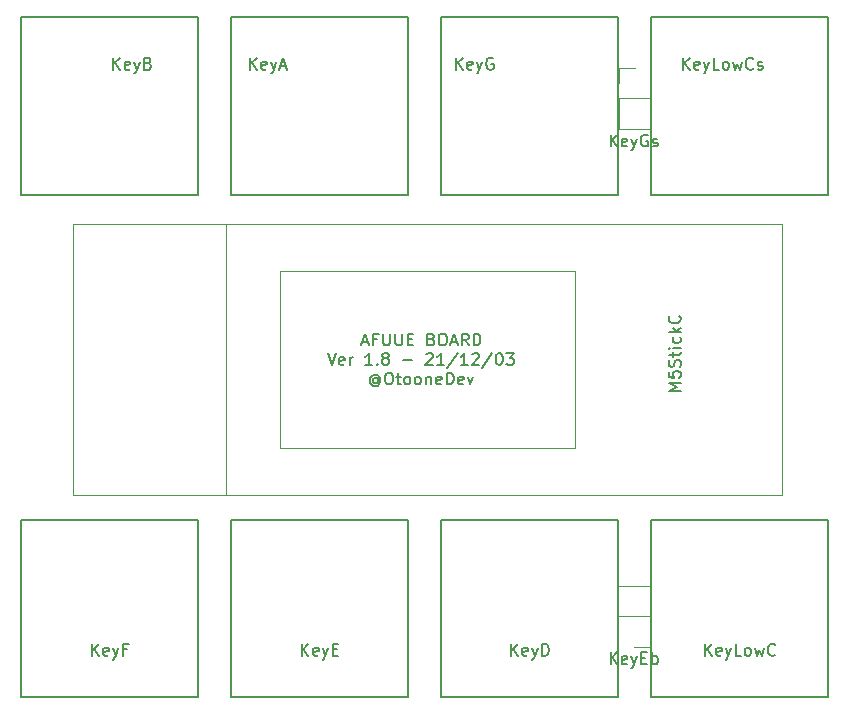
<source format=gto>
G04 #@! TF.GenerationSoftware,KiCad,Pcbnew,(5.1.8)-1*
G04 #@! TF.CreationDate,2021-12-03T11:16:53+09:00*
G04 #@! TF.ProjectId,windsynth,77696e64-7379-46e7-9468-2e6b69636164,rev?*
G04 #@! TF.SameCoordinates,Original*
G04 #@! TF.FileFunction,Legend,Top*
G04 #@! TF.FilePolarity,Positive*
%FSLAX46Y46*%
G04 Gerber Fmt 4.6, Leading zero omitted, Abs format (unit mm)*
G04 Created by KiCad (PCBNEW (5.1.8)-1) date 2021-12-03 11:16:53*
%MOMM*%
%LPD*%
G01*
G04 APERTURE LIST*
%ADD10C,0.120000*%
%ADD11C,0.150000*%
G04 APERTURE END LIST*
D10*
X131500000Y-106000000D02*
X144500000Y-106000000D01*
X131500000Y-83000000D02*
X131500000Y-106000000D01*
X144500000Y-83000000D02*
X131500000Y-83000000D01*
X174000000Y-87000000D02*
X149000000Y-87000000D01*
X174000000Y-102000000D02*
X174000000Y-87000000D01*
X149000000Y-102000000D02*
X174000000Y-102000000D01*
X149000000Y-87000000D02*
X149000000Y-102000000D01*
X144500000Y-83000000D02*
X144500000Y-106000000D01*
X191500000Y-83000000D02*
X144500000Y-83000000D01*
X191500000Y-106000000D02*
X191500000Y-83000000D01*
D11*
X182952380Y-97142857D02*
X181952380Y-97142857D01*
X182666666Y-96809523D01*
X181952380Y-96476190D01*
X182952380Y-96476190D01*
X181952380Y-95523809D02*
X181952380Y-96000000D01*
X182428571Y-96047619D01*
X182380952Y-96000000D01*
X182333333Y-95904761D01*
X182333333Y-95666666D01*
X182380952Y-95571428D01*
X182428571Y-95523809D01*
X182523809Y-95476190D01*
X182761904Y-95476190D01*
X182857142Y-95523809D01*
X182904761Y-95571428D01*
X182952380Y-95666666D01*
X182952380Y-95904761D01*
X182904761Y-96000000D01*
X182857142Y-96047619D01*
X182904761Y-95095238D02*
X182952380Y-94952380D01*
X182952380Y-94714285D01*
X182904761Y-94619047D01*
X182857142Y-94571428D01*
X182761904Y-94523809D01*
X182666666Y-94523809D01*
X182571428Y-94571428D01*
X182523809Y-94619047D01*
X182476190Y-94714285D01*
X182428571Y-94904761D01*
X182380952Y-95000000D01*
X182333333Y-95047619D01*
X182238095Y-95095238D01*
X182142857Y-95095238D01*
X182047619Y-95047619D01*
X182000000Y-95000000D01*
X181952380Y-94904761D01*
X181952380Y-94666666D01*
X182000000Y-94523809D01*
X182285714Y-94238095D02*
X182285714Y-93857142D01*
X181952380Y-94095238D02*
X182809523Y-94095238D01*
X182904761Y-94047619D01*
X182952380Y-93952380D01*
X182952380Y-93857142D01*
X182952380Y-93523809D02*
X182285714Y-93523809D01*
X181952380Y-93523809D02*
X182000000Y-93571428D01*
X182047619Y-93523809D01*
X182000000Y-93476190D01*
X181952380Y-93523809D01*
X182047619Y-93523809D01*
X182904761Y-92619047D02*
X182952380Y-92714285D01*
X182952380Y-92904761D01*
X182904761Y-93000000D01*
X182857142Y-93047619D01*
X182761904Y-93095238D01*
X182476190Y-93095238D01*
X182380952Y-93047619D01*
X182333333Y-93000000D01*
X182285714Y-92904761D01*
X182285714Y-92714285D01*
X182333333Y-92619047D01*
X182952380Y-92190476D02*
X181952380Y-92190476D01*
X182571428Y-92095238D02*
X182952380Y-91809523D01*
X182285714Y-91809523D02*
X182666666Y-92190476D01*
X182857142Y-90809523D02*
X182904761Y-90857142D01*
X182952380Y-91000000D01*
X182952380Y-91095238D01*
X182904761Y-91238095D01*
X182809523Y-91333333D01*
X182714285Y-91380952D01*
X182523809Y-91428571D01*
X182380952Y-91428571D01*
X182190476Y-91380952D01*
X182095238Y-91333333D01*
X182000000Y-91238095D01*
X181952380Y-91095238D01*
X181952380Y-91000000D01*
X182000000Y-90857142D01*
X182047619Y-90809523D01*
D10*
X144500000Y-106000000D02*
X191500000Y-106000000D01*
D11*
X156000000Y-93016666D02*
X156476190Y-93016666D01*
X155904761Y-93302380D02*
X156238095Y-92302380D01*
X156571428Y-93302380D01*
X157238095Y-92778571D02*
X156904761Y-92778571D01*
X156904761Y-93302380D02*
X156904761Y-92302380D01*
X157380952Y-92302380D01*
X157761904Y-92302380D02*
X157761904Y-93111904D01*
X157809523Y-93207142D01*
X157857142Y-93254761D01*
X157952380Y-93302380D01*
X158142857Y-93302380D01*
X158238095Y-93254761D01*
X158285714Y-93207142D01*
X158333333Y-93111904D01*
X158333333Y-92302380D01*
X158809523Y-92302380D02*
X158809523Y-93111904D01*
X158857142Y-93207142D01*
X158904761Y-93254761D01*
X159000000Y-93302380D01*
X159190476Y-93302380D01*
X159285714Y-93254761D01*
X159333333Y-93207142D01*
X159380952Y-93111904D01*
X159380952Y-92302380D01*
X159857142Y-92778571D02*
X160190476Y-92778571D01*
X160333333Y-93302380D02*
X159857142Y-93302380D01*
X159857142Y-92302380D01*
X160333333Y-92302380D01*
X161857142Y-92778571D02*
X162000000Y-92826190D01*
X162047619Y-92873809D01*
X162095238Y-92969047D01*
X162095238Y-93111904D01*
X162047619Y-93207142D01*
X162000000Y-93254761D01*
X161904761Y-93302380D01*
X161523809Y-93302380D01*
X161523809Y-92302380D01*
X161857142Y-92302380D01*
X161952380Y-92350000D01*
X162000000Y-92397619D01*
X162047619Y-92492857D01*
X162047619Y-92588095D01*
X162000000Y-92683333D01*
X161952380Y-92730952D01*
X161857142Y-92778571D01*
X161523809Y-92778571D01*
X162714285Y-92302380D02*
X162904761Y-92302380D01*
X163000000Y-92350000D01*
X163095238Y-92445238D01*
X163142857Y-92635714D01*
X163142857Y-92969047D01*
X163095238Y-93159523D01*
X163000000Y-93254761D01*
X162904761Y-93302380D01*
X162714285Y-93302380D01*
X162619047Y-93254761D01*
X162523809Y-93159523D01*
X162476190Y-92969047D01*
X162476190Y-92635714D01*
X162523809Y-92445238D01*
X162619047Y-92350000D01*
X162714285Y-92302380D01*
X163523809Y-93016666D02*
X164000000Y-93016666D01*
X163428571Y-93302380D02*
X163761904Y-92302380D01*
X164095238Y-93302380D01*
X165000000Y-93302380D02*
X164666666Y-92826190D01*
X164428571Y-93302380D02*
X164428571Y-92302380D01*
X164809523Y-92302380D01*
X164904761Y-92350000D01*
X164952380Y-92397619D01*
X165000000Y-92492857D01*
X165000000Y-92635714D01*
X164952380Y-92730952D01*
X164904761Y-92778571D01*
X164809523Y-92826190D01*
X164428571Y-92826190D01*
X165428571Y-93302380D02*
X165428571Y-92302380D01*
X165666666Y-92302380D01*
X165809523Y-92350000D01*
X165904761Y-92445238D01*
X165952380Y-92540476D01*
X166000000Y-92730952D01*
X166000000Y-92873809D01*
X165952380Y-93064285D01*
X165904761Y-93159523D01*
X165809523Y-93254761D01*
X165666666Y-93302380D01*
X165428571Y-93302380D01*
X153071428Y-93952380D02*
X153404761Y-94952380D01*
X153738095Y-93952380D01*
X154452380Y-94904761D02*
X154357142Y-94952380D01*
X154166666Y-94952380D01*
X154071428Y-94904761D01*
X154023809Y-94809523D01*
X154023809Y-94428571D01*
X154071428Y-94333333D01*
X154166666Y-94285714D01*
X154357142Y-94285714D01*
X154452380Y-94333333D01*
X154500000Y-94428571D01*
X154500000Y-94523809D01*
X154023809Y-94619047D01*
X154928571Y-94952380D02*
X154928571Y-94285714D01*
X154928571Y-94476190D02*
X154976190Y-94380952D01*
X155023809Y-94333333D01*
X155119047Y-94285714D01*
X155214285Y-94285714D01*
X156833333Y-94952380D02*
X156261904Y-94952380D01*
X156547619Y-94952380D02*
X156547619Y-93952380D01*
X156452380Y-94095238D01*
X156357142Y-94190476D01*
X156261904Y-94238095D01*
X157261904Y-94857142D02*
X157309523Y-94904761D01*
X157261904Y-94952380D01*
X157214285Y-94904761D01*
X157261904Y-94857142D01*
X157261904Y-94952380D01*
X157880952Y-94380952D02*
X157785714Y-94333333D01*
X157738095Y-94285714D01*
X157690476Y-94190476D01*
X157690476Y-94142857D01*
X157738095Y-94047619D01*
X157785714Y-94000000D01*
X157880952Y-93952380D01*
X158071428Y-93952380D01*
X158166666Y-94000000D01*
X158214285Y-94047619D01*
X158261904Y-94142857D01*
X158261904Y-94190476D01*
X158214285Y-94285714D01*
X158166666Y-94333333D01*
X158071428Y-94380952D01*
X157880952Y-94380952D01*
X157785714Y-94428571D01*
X157738095Y-94476190D01*
X157690476Y-94571428D01*
X157690476Y-94761904D01*
X157738095Y-94857142D01*
X157785714Y-94904761D01*
X157880952Y-94952380D01*
X158071428Y-94952380D01*
X158166666Y-94904761D01*
X158214285Y-94857142D01*
X158261904Y-94761904D01*
X158261904Y-94571428D01*
X158214285Y-94476190D01*
X158166666Y-94428571D01*
X158071428Y-94380952D01*
X159452380Y-94571428D02*
X160214285Y-94571428D01*
X161404761Y-94047619D02*
X161452380Y-94000000D01*
X161547619Y-93952380D01*
X161785714Y-93952380D01*
X161880952Y-94000000D01*
X161928571Y-94047619D01*
X161976190Y-94142857D01*
X161976190Y-94238095D01*
X161928571Y-94380952D01*
X161357142Y-94952380D01*
X161976190Y-94952380D01*
X162928571Y-94952380D02*
X162357142Y-94952380D01*
X162642857Y-94952380D02*
X162642857Y-93952380D01*
X162547619Y-94095238D01*
X162452380Y-94190476D01*
X162357142Y-94238095D01*
X164071428Y-93904761D02*
X163214285Y-95190476D01*
X164928571Y-94952380D02*
X164357142Y-94952380D01*
X164642857Y-94952380D02*
X164642857Y-93952380D01*
X164547619Y-94095238D01*
X164452380Y-94190476D01*
X164357142Y-94238095D01*
X165309523Y-94047619D02*
X165357142Y-94000000D01*
X165452380Y-93952380D01*
X165690476Y-93952380D01*
X165785714Y-94000000D01*
X165833333Y-94047619D01*
X165880952Y-94142857D01*
X165880952Y-94238095D01*
X165833333Y-94380952D01*
X165261904Y-94952380D01*
X165880952Y-94952380D01*
X167023809Y-93904761D02*
X166166666Y-95190476D01*
X167547619Y-93952380D02*
X167642857Y-93952380D01*
X167738095Y-94000000D01*
X167785714Y-94047619D01*
X167833333Y-94142857D01*
X167880952Y-94333333D01*
X167880952Y-94571428D01*
X167833333Y-94761904D01*
X167785714Y-94857142D01*
X167738095Y-94904761D01*
X167642857Y-94952380D01*
X167547619Y-94952380D01*
X167452380Y-94904761D01*
X167404761Y-94857142D01*
X167357142Y-94761904D01*
X167309523Y-94571428D01*
X167309523Y-94333333D01*
X167357142Y-94142857D01*
X167404761Y-94047619D01*
X167452380Y-94000000D01*
X167547619Y-93952380D01*
X168214285Y-93952380D02*
X168833333Y-93952380D01*
X168500000Y-94333333D01*
X168642857Y-94333333D01*
X168738095Y-94380952D01*
X168785714Y-94428571D01*
X168833333Y-94523809D01*
X168833333Y-94761904D01*
X168785714Y-94857142D01*
X168738095Y-94904761D01*
X168642857Y-94952380D01*
X168357142Y-94952380D01*
X168261904Y-94904761D01*
X168214285Y-94857142D01*
X157309523Y-96126190D02*
X157261904Y-96078571D01*
X157166666Y-96030952D01*
X157071428Y-96030952D01*
X156976190Y-96078571D01*
X156928571Y-96126190D01*
X156880952Y-96221428D01*
X156880952Y-96316666D01*
X156928571Y-96411904D01*
X156976190Y-96459523D01*
X157071428Y-96507142D01*
X157166666Y-96507142D01*
X157261904Y-96459523D01*
X157309523Y-96411904D01*
X157309523Y-96030952D02*
X157309523Y-96411904D01*
X157357142Y-96459523D01*
X157404761Y-96459523D01*
X157500000Y-96411904D01*
X157547619Y-96316666D01*
X157547619Y-96078571D01*
X157452380Y-95935714D01*
X157309523Y-95840476D01*
X157119047Y-95792857D01*
X156928571Y-95840476D01*
X156785714Y-95935714D01*
X156690476Y-96078571D01*
X156642857Y-96269047D01*
X156690476Y-96459523D01*
X156785714Y-96602380D01*
X156928571Y-96697619D01*
X157119047Y-96745238D01*
X157309523Y-96697619D01*
X157452380Y-96602380D01*
X158166666Y-95602380D02*
X158357142Y-95602380D01*
X158452380Y-95650000D01*
X158547619Y-95745238D01*
X158595238Y-95935714D01*
X158595238Y-96269047D01*
X158547619Y-96459523D01*
X158452380Y-96554761D01*
X158357142Y-96602380D01*
X158166666Y-96602380D01*
X158071428Y-96554761D01*
X157976190Y-96459523D01*
X157928571Y-96269047D01*
X157928571Y-95935714D01*
X157976190Y-95745238D01*
X158071428Y-95650000D01*
X158166666Y-95602380D01*
X158880952Y-95935714D02*
X159261904Y-95935714D01*
X159023809Y-95602380D02*
X159023809Y-96459523D01*
X159071428Y-96554761D01*
X159166666Y-96602380D01*
X159261904Y-96602380D01*
X159738095Y-96602380D02*
X159642857Y-96554761D01*
X159595238Y-96507142D01*
X159547619Y-96411904D01*
X159547619Y-96126190D01*
X159595238Y-96030952D01*
X159642857Y-95983333D01*
X159738095Y-95935714D01*
X159880952Y-95935714D01*
X159976190Y-95983333D01*
X160023809Y-96030952D01*
X160071428Y-96126190D01*
X160071428Y-96411904D01*
X160023809Y-96507142D01*
X159976190Y-96554761D01*
X159880952Y-96602380D01*
X159738095Y-96602380D01*
X160642857Y-96602380D02*
X160547619Y-96554761D01*
X160500000Y-96507142D01*
X160452380Y-96411904D01*
X160452380Y-96126190D01*
X160500000Y-96030952D01*
X160547619Y-95983333D01*
X160642857Y-95935714D01*
X160785714Y-95935714D01*
X160880952Y-95983333D01*
X160928571Y-96030952D01*
X160976190Y-96126190D01*
X160976190Y-96411904D01*
X160928571Y-96507142D01*
X160880952Y-96554761D01*
X160785714Y-96602380D01*
X160642857Y-96602380D01*
X161404761Y-95935714D02*
X161404761Y-96602380D01*
X161404761Y-96030952D02*
X161452380Y-95983333D01*
X161547619Y-95935714D01*
X161690476Y-95935714D01*
X161785714Y-95983333D01*
X161833333Y-96078571D01*
X161833333Y-96602380D01*
X162690476Y-96554761D02*
X162595238Y-96602380D01*
X162404761Y-96602380D01*
X162309523Y-96554761D01*
X162261904Y-96459523D01*
X162261904Y-96078571D01*
X162309523Y-95983333D01*
X162404761Y-95935714D01*
X162595238Y-95935714D01*
X162690476Y-95983333D01*
X162738095Y-96078571D01*
X162738095Y-96173809D01*
X162261904Y-96269047D01*
X163166666Y-96602380D02*
X163166666Y-95602380D01*
X163404761Y-95602380D01*
X163547619Y-95650000D01*
X163642857Y-95745238D01*
X163690476Y-95840476D01*
X163738095Y-96030952D01*
X163738095Y-96173809D01*
X163690476Y-96364285D01*
X163642857Y-96459523D01*
X163547619Y-96554761D01*
X163404761Y-96602380D01*
X163166666Y-96602380D01*
X164547619Y-96554761D02*
X164452380Y-96602380D01*
X164261904Y-96602380D01*
X164166666Y-96554761D01*
X164119047Y-96459523D01*
X164119047Y-96078571D01*
X164166666Y-95983333D01*
X164261904Y-95935714D01*
X164452380Y-95935714D01*
X164547619Y-95983333D01*
X164595238Y-96078571D01*
X164595238Y-96173809D01*
X164119047Y-96269047D01*
X164928571Y-95935714D02*
X165166666Y-96602380D01*
X165404761Y-95935714D01*
G04 #@! TO.C,KeyLowC*
X180460000Y-123070000D02*
X180460000Y-108070000D01*
X195460000Y-123070000D02*
X180460000Y-123070000D01*
X195460000Y-108070000D02*
X195460000Y-123070000D01*
X180460000Y-108070000D02*
X195460000Y-108070000D01*
D10*
G04 #@! TO.C,KeyEb*
X180330000Y-113630000D02*
X177670000Y-113630000D01*
X180330000Y-116230000D02*
X180330000Y-113630000D01*
X177670000Y-116230000D02*
X177670000Y-113630000D01*
X180330000Y-116230000D02*
X177670000Y-116230000D01*
X180330000Y-117500000D02*
X180330000Y-118830000D01*
X180330000Y-118830000D02*
X179000000Y-118830000D01*
D11*
G04 #@! TO.C,KeyD*
X162680000Y-123070000D02*
X162680000Y-108070000D01*
X177680000Y-123070000D02*
X162680000Y-123070000D01*
X177680000Y-108070000D02*
X177680000Y-123070000D01*
X162680000Y-108070000D02*
X177680000Y-108070000D01*
G04 #@! TO.C,KeyE*
X144900000Y-123070000D02*
X144900000Y-108070000D01*
X159900000Y-123070000D02*
X144900000Y-123070000D01*
X159900000Y-108070000D02*
X159900000Y-123070000D01*
X144900000Y-108070000D02*
X159900000Y-108070000D01*
G04 #@! TO.C,KeyF*
X127120000Y-108070000D02*
X142120000Y-108070000D01*
X142120000Y-108070000D02*
X142120000Y-123070000D01*
X142120000Y-123070000D02*
X127120000Y-123070000D01*
X127120000Y-123070000D02*
X127120000Y-108070000D01*
G04 #@! TO.C,KeyLowCs*
X195460000Y-65525000D02*
X195460000Y-80525000D01*
X180460000Y-65525000D02*
X195460000Y-65525000D01*
X180460000Y-80525000D02*
X180460000Y-65525000D01*
X195460000Y-80525000D02*
X180460000Y-80525000D01*
D10*
G04 #@! TO.C,KeyGs*
X177740000Y-69790000D02*
X179070000Y-69790000D01*
X177740000Y-71120000D02*
X177740000Y-69790000D01*
X177740000Y-72390000D02*
X180400000Y-72390000D01*
X180400000Y-72390000D02*
X180400000Y-74990000D01*
X177740000Y-72390000D02*
X177740000Y-74990000D01*
X177740000Y-74990000D02*
X180400000Y-74990000D01*
D11*
G04 #@! TO.C,KeyG*
X177680000Y-80525000D02*
X162680000Y-80525000D01*
X162680000Y-80525000D02*
X162680000Y-65525000D01*
X162680000Y-65525000D02*
X177680000Y-65525000D01*
X177680000Y-65525000D02*
X177680000Y-80525000D01*
G04 #@! TO.C,KeyA*
X159900000Y-65525000D02*
X159900000Y-80525000D01*
X144900000Y-65525000D02*
X159900000Y-65525000D01*
X144900000Y-80525000D02*
X144900000Y-65525000D01*
X159900000Y-80525000D02*
X144900000Y-80525000D01*
G04 #@! TO.C,KeyB*
X142120000Y-80525000D02*
X127120000Y-80525000D01*
X127120000Y-80525000D02*
X127120000Y-65525000D01*
X127120000Y-65525000D02*
X142120000Y-65525000D01*
X142120000Y-65525000D02*
X142120000Y-80525000D01*
G04 #@! TO.C,KeyLowC*
X185007619Y-119562380D02*
X185007619Y-118562380D01*
X185579047Y-119562380D02*
X185150476Y-118990952D01*
X185579047Y-118562380D02*
X185007619Y-119133809D01*
X186388571Y-119514761D02*
X186293333Y-119562380D01*
X186102857Y-119562380D01*
X186007619Y-119514761D01*
X185960000Y-119419523D01*
X185960000Y-119038571D01*
X186007619Y-118943333D01*
X186102857Y-118895714D01*
X186293333Y-118895714D01*
X186388571Y-118943333D01*
X186436190Y-119038571D01*
X186436190Y-119133809D01*
X185960000Y-119229047D01*
X186769523Y-118895714D02*
X187007619Y-119562380D01*
X187245714Y-118895714D02*
X187007619Y-119562380D01*
X186912380Y-119800476D01*
X186864761Y-119848095D01*
X186769523Y-119895714D01*
X188102857Y-119562380D02*
X187626666Y-119562380D01*
X187626666Y-118562380D01*
X188579047Y-119562380D02*
X188483809Y-119514761D01*
X188436190Y-119467142D01*
X188388571Y-119371904D01*
X188388571Y-119086190D01*
X188436190Y-118990952D01*
X188483809Y-118943333D01*
X188579047Y-118895714D01*
X188721904Y-118895714D01*
X188817142Y-118943333D01*
X188864761Y-118990952D01*
X188912380Y-119086190D01*
X188912380Y-119371904D01*
X188864761Y-119467142D01*
X188817142Y-119514761D01*
X188721904Y-119562380D01*
X188579047Y-119562380D01*
X189245714Y-118895714D02*
X189436190Y-119562380D01*
X189626666Y-119086190D01*
X189817142Y-119562380D01*
X190007619Y-118895714D01*
X190960000Y-119467142D02*
X190912380Y-119514761D01*
X190769523Y-119562380D01*
X190674285Y-119562380D01*
X190531428Y-119514761D01*
X190436190Y-119419523D01*
X190388571Y-119324285D01*
X190340952Y-119133809D01*
X190340952Y-118990952D01*
X190388571Y-118800476D01*
X190436190Y-118705238D01*
X190531428Y-118610000D01*
X190674285Y-118562380D01*
X190769523Y-118562380D01*
X190912380Y-118610000D01*
X190960000Y-118657619D01*
G04 #@! TO.C,KeyEb*
X177023809Y-120282380D02*
X177023809Y-119282380D01*
X177595238Y-120282380D02*
X177166666Y-119710952D01*
X177595238Y-119282380D02*
X177023809Y-119853809D01*
X178404761Y-120234761D02*
X178309523Y-120282380D01*
X178119047Y-120282380D01*
X178023809Y-120234761D01*
X177976190Y-120139523D01*
X177976190Y-119758571D01*
X178023809Y-119663333D01*
X178119047Y-119615714D01*
X178309523Y-119615714D01*
X178404761Y-119663333D01*
X178452380Y-119758571D01*
X178452380Y-119853809D01*
X177976190Y-119949047D01*
X178785714Y-119615714D02*
X179023809Y-120282380D01*
X179261904Y-119615714D02*
X179023809Y-120282380D01*
X178928571Y-120520476D01*
X178880952Y-120568095D01*
X178785714Y-120615714D01*
X179642857Y-119758571D02*
X179976190Y-119758571D01*
X180119047Y-120282380D02*
X179642857Y-120282380D01*
X179642857Y-119282380D01*
X180119047Y-119282380D01*
X180547619Y-120282380D02*
X180547619Y-119282380D01*
X180547619Y-119663333D02*
X180642857Y-119615714D01*
X180833333Y-119615714D01*
X180928571Y-119663333D01*
X180976190Y-119710952D01*
X181023809Y-119806190D01*
X181023809Y-120091904D01*
X180976190Y-120187142D01*
X180928571Y-120234761D01*
X180833333Y-120282380D01*
X180642857Y-120282380D01*
X180547619Y-120234761D01*
G04 #@! TO.C,KeyD*
X168608571Y-119562380D02*
X168608571Y-118562380D01*
X169180000Y-119562380D02*
X168751428Y-118990952D01*
X169180000Y-118562380D02*
X168608571Y-119133809D01*
X169989523Y-119514761D02*
X169894285Y-119562380D01*
X169703809Y-119562380D01*
X169608571Y-119514761D01*
X169560952Y-119419523D01*
X169560952Y-119038571D01*
X169608571Y-118943333D01*
X169703809Y-118895714D01*
X169894285Y-118895714D01*
X169989523Y-118943333D01*
X170037142Y-119038571D01*
X170037142Y-119133809D01*
X169560952Y-119229047D01*
X170370476Y-118895714D02*
X170608571Y-119562380D01*
X170846666Y-118895714D02*
X170608571Y-119562380D01*
X170513333Y-119800476D01*
X170465714Y-119848095D01*
X170370476Y-119895714D01*
X171227619Y-119562380D02*
X171227619Y-118562380D01*
X171465714Y-118562380D01*
X171608571Y-118610000D01*
X171703809Y-118705238D01*
X171751428Y-118800476D01*
X171799047Y-118990952D01*
X171799047Y-119133809D01*
X171751428Y-119324285D01*
X171703809Y-119419523D01*
X171608571Y-119514761D01*
X171465714Y-119562380D01*
X171227619Y-119562380D01*
G04 #@! TO.C,KeyE*
X150876190Y-119562380D02*
X150876190Y-118562380D01*
X151447619Y-119562380D02*
X151019047Y-118990952D01*
X151447619Y-118562380D02*
X150876190Y-119133809D01*
X152257142Y-119514761D02*
X152161904Y-119562380D01*
X151971428Y-119562380D01*
X151876190Y-119514761D01*
X151828571Y-119419523D01*
X151828571Y-119038571D01*
X151876190Y-118943333D01*
X151971428Y-118895714D01*
X152161904Y-118895714D01*
X152257142Y-118943333D01*
X152304761Y-119038571D01*
X152304761Y-119133809D01*
X151828571Y-119229047D01*
X152638095Y-118895714D02*
X152876190Y-119562380D01*
X153114285Y-118895714D02*
X152876190Y-119562380D01*
X152780952Y-119800476D01*
X152733333Y-119848095D01*
X152638095Y-119895714D01*
X153495238Y-119038571D02*
X153828571Y-119038571D01*
X153971428Y-119562380D02*
X153495238Y-119562380D01*
X153495238Y-118562380D01*
X153971428Y-118562380D01*
G04 #@! TO.C,KeyF*
X133120000Y-119562380D02*
X133120000Y-118562380D01*
X133691428Y-119562380D02*
X133262857Y-118990952D01*
X133691428Y-118562380D02*
X133120000Y-119133809D01*
X134500952Y-119514761D02*
X134405714Y-119562380D01*
X134215238Y-119562380D01*
X134120000Y-119514761D01*
X134072380Y-119419523D01*
X134072380Y-119038571D01*
X134120000Y-118943333D01*
X134215238Y-118895714D01*
X134405714Y-118895714D01*
X134500952Y-118943333D01*
X134548571Y-119038571D01*
X134548571Y-119133809D01*
X134072380Y-119229047D01*
X134881904Y-118895714D02*
X135120000Y-119562380D01*
X135358095Y-118895714D02*
X135120000Y-119562380D01*
X135024761Y-119800476D01*
X134977142Y-119848095D01*
X134881904Y-119895714D01*
X136072380Y-119038571D02*
X135739047Y-119038571D01*
X135739047Y-119562380D02*
X135739047Y-118562380D01*
X136215238Y-118562380D01*
G04 #@! TO.C,KeyLowCs*
X183142857Y-69937380D02*
X183142857Y-68937380D01*
X183714285Y-69937380D02*
X183285714Y-69365952D01*
X183714285Y-68937380D02*
X183142857Y-69508809D01*
X184523809Y-69889761D02*
X184428571Y-69937380D01*
X184238095Y-69937380D01*
X184142857Y-69889761D01*
X184095238Y-69794523D01*
X184095238Y-69413571D01*
X184142857Y-69318333D01*
X184238095Y-69270714D01*
X184428571Y-69270714D01*
X184523809Y-69318333D01*
X184571428Y-69413571D01*
X184571428Y-69508809D01*
X184095238Y-69604047D01*
X184904761Y-69270714D02*
X185142857Y-69937380D01*
X185380952Y-69270714D02*
X185142857Y-69937380D01*
X185047619Y-70175476D01*
X185000000Y-70223095D01*
X184904761Y-70270714D01*
X186238095Y-69937380D02*
X185761904Y-69937380D01*
X185761904Y-68937380D01*
X186714285Y-69937380D02*
X186619047Y-69889761D01*
X186571428Y-69842142D01*
X186523809Y-69746904D01*
X186523809Y-69461190D01*
X186571428Y-69365952D01*
X186619047Y-69318333D01*
X186714285Y-69270714D01*
X186857142Y-69270714D01*
X186952380Y-69318333D01*
X187000000Y-69365952D01*
X187047619Y-69461190D01*
X187047619Y-69746904D01*
X187000000Y-69842142D01*
X186952380Y-69889761D01*
X186857142Y-69937380D01*
X186714285Y-69937380D01*
X187380952Y-69270714D02*
X187571428Y-69937380D01*
X187761904Y-69461190D01*
X187952380Y-69937380D01*
X188142857Y-69270714D01*
X189095238Y-69842142D02*
X189047619Y-69889761D01*
X188904761Y-69937380D01*
X188809523Y-69937380D01*
X188666666Y-69889761D01*
X188571428Y-69794523D01*
X188523809Y-69699285D01*
X188476190Y-69508809D01*
X188476190Y-69365952D01*
X188523809Y-69175476D01*
X188571428Y-69080238D01*
X188666666Y-68985000D01*
X188809523Y-68937380D01*
X188904761Y-68937380D01*
X189047619Y-68985000D01*
X189095238Y-69032619D01*
X189476190Y-69889761D02*
X189571428Y-69937380D01*
X189761904Y-69937380D01*
X189857142Y-69889761D01*
X189904761Y-69794523D01*
X189904761Y-69746904D01*
X189857142Y-69651666D01*
X189761904Y-69604047D01*
X189619047Y-69604047D01*
X189523809Y-69556428D01*
X189476190Y-69461190D01*
X189476190Y-69413571D01*
X189523809Y-69318333D01*
X189619047Y-69270714D01*
X189761904Y-69270714D01*
X189857142Y-69318333D01*
G04 #@! TO.C,KeyGs*
X177023809Y-76452380D02*
X177023809Y-75452380D01*
X177595238Y-76452380D02*
X177166666Y-75880952D01*
X177595238Y-75452380D02*
X177023809Y-76023809D01*
X178404761Y-76404761D02*
X178309523Y-76452380D01*
X178119047Y-76452380D01*
X178023809Y-76404761D01*
X177976190Y-76309523D01*
X177976190Y-75928571D01*
X178023809Y-75833333D01*
X178119047Y-75785714D01*
X178309523Y-75785714D01*
X178404761Y-75833333D01*
X178452380Y-75928571D01*
X178452380Y-76023809D01*
X177976190Y-76119047D01*
X178785714Y-75785714D02*
X179023809Y-76452380D01*
X179261904Y-75785714D02*
X179023809Y-76452380D01*
X178928571Y-76690476D01*
X178880952Y-76738095D01*
X178785714Y-76785714D01*
X180166666Y-75500000D02*
X180071428Y-75452380D01*
X179928571Y-75452380D01*
X179785714Y-75500000D01*
X179690476Y-75595238D01*
X179642857Y-75690476D01*
X179595238Y-75880952D01*
X179595238Y-76023809D01*
X179642857Y-76214285D01*
X179690476Y-76309523D01*
X179785714Y-76404761D01*
X179928571Y-76452380D01*
X180023809Y-76452380D01*
X180166666Y-76404761D01*
X180214285Y-76357142D01*
X180214285Y-76023809D01*
X180023809Y-76023809D01*
X180595238Y-76404761D02*
X180690476Y-76452380D01*
X180880952Y-76452380D01*
X180976190Y-76404761D01*
X181023809Y-76309523D01*
X181023809Y-76261904D01*
X180976190Y-76166666D01*
X180880952Y-76119047D01*
X180738095Y-76119047D01*
X180642857Y-76071428D01*
X180595238Y-75976190D01*
X180595238Y-75928571D01*
X180642857Y-75833333D01*
X180738095Y-75785714D01*
X180880952Y-75785714D01*
X180976190Y-75833333D01*
G04 #@! TO.C,KeyG*
X163928571Y-69937380D02*
X163928571Y-68937380D01*
X164500000Y-69937380D02*
X164071428Y-69365952D01*
X164500000Y-68937380D02*
X163928571Y-69508809D01*
X165309523Y-69889761D02*
X165214285Y-69937380D01*
X165023809Y-69937380D01*
X164928571Y-69889761D01*
X164880952Y-69794523D01*
X164880952Y-69413571D01*
X164928571Y-69318333D01*
X165023809Y-69270714D01*
X165214285Y-69270714D01*
X165309523Y-69318333D01*
X165357142Y-69413571D01*
X165357142Y-69508809D01*
X164880952Y-69604047D01*
X165690476Y-69270714D02*
X165928571Y-69937380D01*
X166166666Y-69270714D02*
X165928571Y-69937380D01*
X165833333Y-70175476D01*
X165785714Y-70223095D01*
X165690476Y-70270714D01*
X167071428Y-68985000D02*
X166976190Y-68937380D01*
X166833333Y-68937380D01*
X166690476Y-68985000D01*
X166595238Y-69080238D01*
X166547619Y-69175476D01*
X166500000Y-69365952D01*
X166500000Y-69508809D01*
X166547619Y-69699285D01*
X166595238Y-69794523D01*
X166690476Y-69889761D01*
X166833333Y-69937380D01*
X166928571Y-69937380D01*
X167071428Y-69889761D01*
X167119047Y-69842142D01*
X167119047Y-69508809D01*
X166928571Y-69508809D01*
G04 #@! TO.C,KeyA*
X146500000Y-69937380D02*
X146500000Y-68937380D01*
X147071428Y-69937380D02*
X146642857Y-69365952D01*
X147071428Y-68937380D02*
X146500000Y-69508809D01*
X147880952Y-69889761D02*
X147785714Y-69937380D01*
X147595238Y-69937380D01*
X147500000Y-69889761D01*
X147452380Y-69794523D01*
X147452380Y-69413571D01*
X147500000Y-69318333D01*
X147595238Y-69270714D01*
X147785714Y-69270714D01*
X147880952Y-69318333D01*
X147928571Y-69413571D01*
X147928571Y-69508809D01*
X147452380Y-69604047D01*
X148261904Y-69270714D02*
X148500000Y-69937380D01*
X148738095Y-69270714D02*
X148500000Y-69937380D01*
X148404761Y-70175476D01*
X148357142Y-70223095D01*
X148261904Y-70270714D01*
X149071428Y-69651666D02*
X149547619Y-69651666D01*
X148976190Y-69937380D02*
X149309523Y-68937380D01*
X149642857Y-69937380D01*
G04 #@! TO.C,KeyB*
X134928571Y-69937380D02*
X134928571Y-68937380D01*
X135500000Y-69937380D02*
X135071428Y-69365952D01*
X135500000Y-68937380D02*
X134928571Y-69508809D01*
X136309523Y-69889761D02*
X136214285Y-69937380D01*
X136023809Y-69937380D01*
X135928571Y-69889761D01*
X135880952Y-69794523D01*
X135880952Y-69413571D01*
X135928571Y-69318333D01*
X136023809Y-69270714D01*
X136214285Y-69270714D01*
X136309523Y-69318333D01*
X136357142Y-69413571D01*
X136357142Y-69508809D01*
X135880952Y-69604047D01*
X136690476Y-69270714D02*
X136928571Y-69937380D01*
X137166666Y-69270714D02*
X136928571Y-69937380D01*
X136833333Y-70175476D01*
X136785714Y-70223095D01*
X136690476Y-70270714D01*
X137880952Y-69413571D02*
X138023809Y-69461190D01*
X138071428Y-69508809D01*
X138119047Y-69604047D01*
X138119047Y-69746904D01*
X138071428Y-69842142D01*
X138023809Y-69889761D01*
X137928571Y-69937380D01*
X137547619Y-69937380D01*
X137547619Y-68937380D01*
X137880952Y-68937380D01*
X137976190Y-68985000D01*
X138023809Y-69032619D01*
X138071428Y-69127857D01*
X138071428Y-69223095D01*
X138023809Y-69318333D01*
X137976190Y-69365952D01*
X137880952Y-69413571D01*
X137547619Y-69413571D01*
G04 #@! TD*
M02*

</source>
